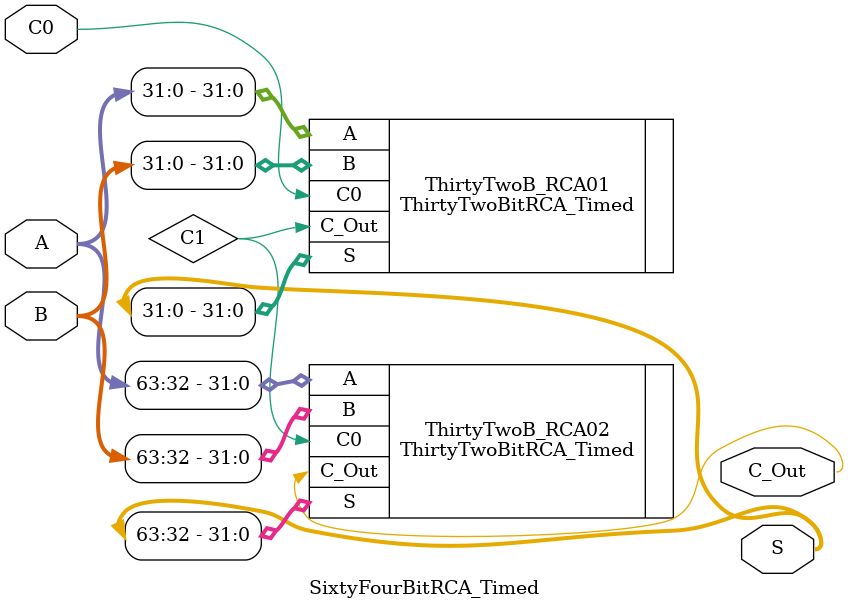
<source format=v>
`timescale 1ns / 1ps


module SixtyFourBitRCA_Timed(
    input [63:0] A,
    input [63:0] B,
    input C0,
    output [63:0] S,
    output C_Out
    );
    
    wire C1;
    
    ThirtyTwoBitRCA_Timed ThirtyTwoB_RCA01 (.S(S[31:0]), .C_Out(C1), .A(A[31:0]), .B(B[31:0]), .C0(C0));
    ThirtyTwoBitRCA_Timed ThirtyTwoB_RCA02 (.S(S[63:32]), .C_Out(C_Out), .A(A[63:32]), .B(B[63:32]), .C0(C1));
    
    /*
    wire C1, C2, C3, C4, C5, C6, C7, C8;
    wire C9, C10, C11, C12, C13, C14, C15;
    
    FourBitRCA_Timed FourB_RCA01 (.S(S[3:0]), .C4(C1), .A(A[3:0]), .B(B[3:0]), .C0(C0));
    FourBitRCA_Timed FourB_RCA02 (.S(S[7:4]), .C4(C2), .A(A[7:4]), .B(B[7:4]), .C0(C1));
    FourBitRCA_Timed FourB_RCA03 (.S(S[11:8]), .C4(C3), .A(A[11:8]), .B(B[11:8]), .C0(C2));
    FourBitRCA_Timed FourB_RCA04 (.S(S[15:12]), .C4(C4), .A(A[15:12]), .B(B[15:12]), .C0(C3));
    
    FourBitRCA_Timed FourB_RCA05 (.S(S[19:16]), .C4(C5), .A(A[19:16]), .B(B[19:16]), .C0(C4));
    FourBitRCA_Timed FourB_RCA06 (.S(S[23:20]), .C4(C6), .A(A[23:20]), .B(B[23:20]), .C0(C5));
    FourBitRCA_Timed FourB_RCA07 (.S(S[27:24]), .C4(C7), .A(A[27:24]), .B(B[27:24]), .C0(C6));
    FourBitRCA_Timed FourB_RCA08 (.S(S[31:28]), .C4(C8), .A(A[31:28]), .B(B[31:28]), .C0(C7));
    
    FourBitRCA_Timed FourB_RCA09 (.S(S[35:32]), .C4(C9), .A(A[35:32]), .B(B[35:32]), .C0(C8));
    FourBitRCA_Timed FourB_RCA10 (.S(S[39:36]), .C4(C10), .A(A[39:36]), .B(B[39:36]), .C0(C9));
    FourBitRCA_Timed FourB_RCA11 (.S(S[43:40]), .C4(C11), .A(A[43:40]), .B(B[43:40]), .C0(C10));
    FourBitRCA_Timed FourB_RCA12 (.S(S[47:44]), .C4(C12), .A(A[47:44]), .B(B[47:44]), .C0(C11));
    
    FourBitRCA_Timed FourB_RCA13 (.S(S[51:48]), .C4(C13), .A(A[51:48]), .B(B[51:48]), .C0(C12));
    FourBitRCA_Timed FourB_RCA14 (.S(S[55:52]), .C4(C14), .A(A[55:52]), .B(B[55:52]), .C0(C13));
    FourBitRCA_Timed FourB_RCA15 (.S(S[59:56]), .C4(C15), .A(A[59:56]), .B(B[59:56]), .C0(C14));
    FourBitRCA_Timed FourB_RCA16 (.S(S[63:60]), .C4(C_Out), .A(A[63:60]), .B(B[63:60]), .C0(C15));
    */
    
endmodule

</source>
